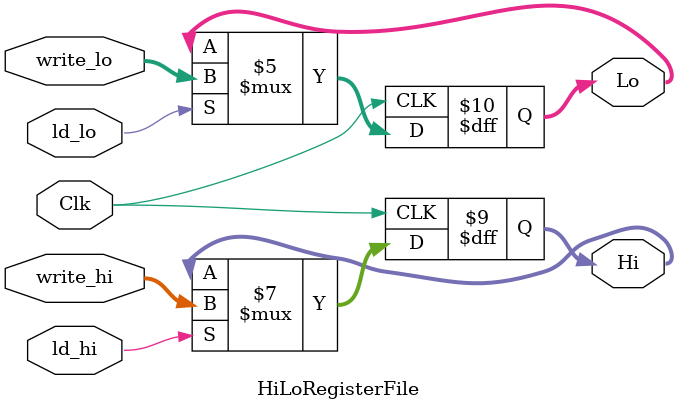
<source format=v>
`timescale 1ns / 1ps


module HiLoRegisterFile(Clk, write_lo, write_hi, ld_lo, ld_hi, Hi, Lo);  // do we want read_en?
    input Clk;
    input [31:0] write_lo, write_hi;
    input ld_lo, ld_hi;
    output reg [31:0] Hi, Lo;
    
    initial begin
        Hi <= 32'h00000000;
        Lo <= 32'h00000000;
    end
    
    always@(posedge Clk) begin
        if (ld_hi == 1)
            Hi <= write_hi;
        if (ld_lo == 1)
            Lo <= write_lo;
    end
    
    
endmodule

</source>
